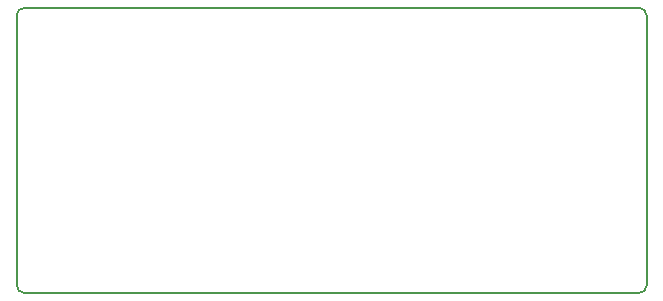
<source format=gm1>
G04 #@! TF.GenerationSoftware,KiCad,Pcbnew,(5.1.5-0-10_14)*
G04 #@! TF.CreationDate,2020-11-04T07:04:41-07:00*
G04 #@! TF.ProjectId,NumDisciplineBLE,4e756d44-6973-4636-9970-6c696e65424c,rev?*
G04 #@! TF.SameCoordinates,Original*
G04 #@! TF.FileFunction,Profile,NP*
%FSLAX46Y46*%
G04 Gerber Fmt 4.6, Leading zero omitted, Abs format (unit mm)*
G04 Created by KiCad (PCBNEW (5.1.5-0-10_14)) date 2020-11-04 07:04:41*
%MOMM*%
%LPD*%
G04 APERTURE LIST*
%ADD10C,0.150000*%
G04 APERTURE END LIST*
D10*
X146050000Y-27305000D02*
X146050000Y-50165000D01*
X92710000Y-27305000D02*
G75*
G02X93345000Y-26670000I635000J0D01*
G01*
X93345000Y-50800000D02*
G75*
G02X92710000Y-50165000I0J635000D01*
G01*
X146050000Y-50165000D02*
G75*
G02X145415000Y-50800000I-635000J0D01*
G01*
X145415000Y-26670000D02*
G75*
G02X146050000Y-27305000I0J-635000D01*
G01*
X93345000Y-26670000D02*
X145415000Y-26670000D01*
X92710000Y-50165000D02*
X92710000Y-27305000D01*
X145415000Y-50800000D02*
X93345000Y-50800000D01*
M02*

</source>
